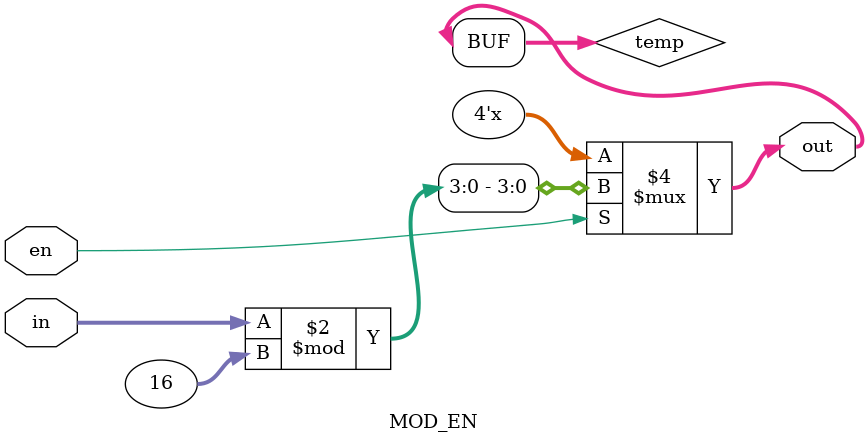
<source format=v>
`timescale 1ns / 1ps


module MOD_EN(input [4:0] in,
    output [3:0] out,
    input en
    );
    reg [3:0] temp;
    assign out = temp;
    always @ (*)
    begin
        if(en)
            temp = in % 16;
    end
endmodule

</source>
